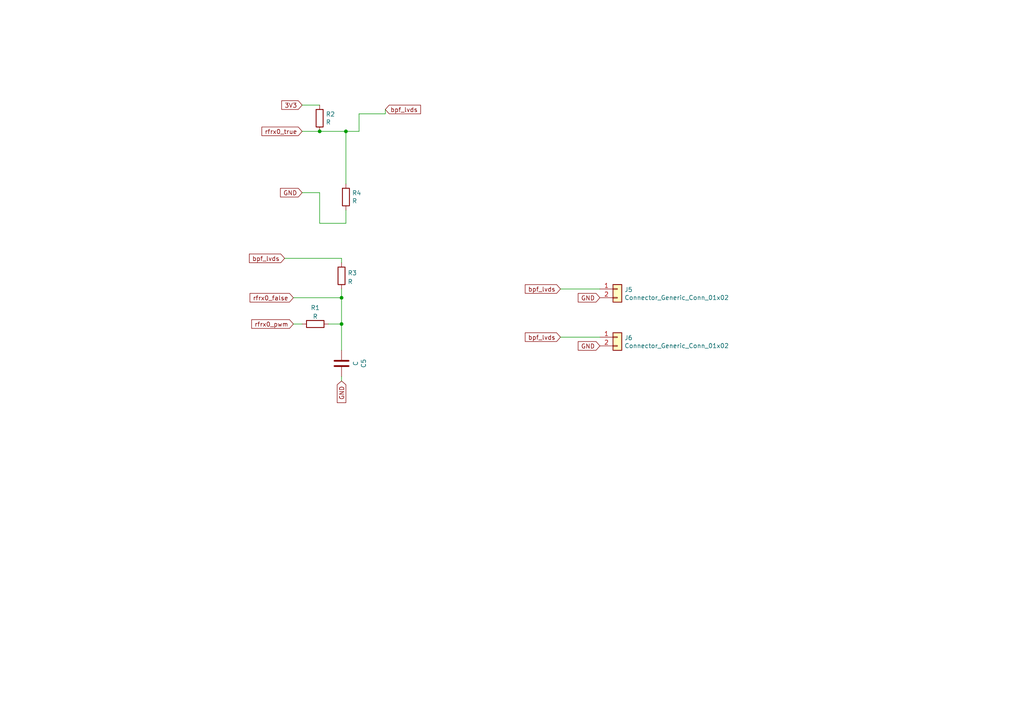
<source format=kicad_sch>
(kicad_sch (version 20211123) (generator eeschema)
  (paper "A4")
  (lib_symbols
    (symbol "Device:C" (pin_numbers hide) (pin_names (offset 0.254))
      (property "Reference" "C" (at 0.635 2.54 0))
      (property "Value" "C" (at 0.635 -2.54 0))
      (symbol "C_0_1"
        (polyline (pts (xy -2.032 -0.762) (xy 2.032 -0.762)) (stroke (width 0.508)))
        (polyline (pts (xy -2.032 0.762) (xy 2.032 0.762)) (stroke (width 0.508)))
      )
      (symbol "C_1_1"
        (pin passive line (at 0 3.81 270) (length 2.794) (name "~") (number "1"))
        (pin passive line (at 0 -3.81 90) (length 2.794) (name "~") (number "2"))
      )
    )
    (symbol "Device:R" (pin_numbers hide) (pin_names (offset 0))
      (property "Reference" "R" (at 2.032 0 90))
      (property "Value" "R" (at 0 0 90))
      (symbol "R_0_1"
        (rectangle (start -1.016 -2.54) (end 1.016 2.54) (stroke (width 0.254)))
      )
      (symbol "R_1_1"
        (pin passive line (at 0 3.81 270) (length 1.27) (name "~") (number "1"))
        (pin passive line (at 0 -3.81 90) (length 1.27) (name "~") (number "2"))
      )
    )
    (symbol "bgt:Connector_Generic_Conn_01x02" (pin_names (offset 1.016) hide)
      (property "Reference" "J" (at 0 2.54 0))
      (property "Value" "bgt_Connector_Generic_Conn_01x02" (at 0 -5.08 0))
      (symbol "Connector_Generic_Conn_01x02_1_1"
        (rectangle (start -1.27 -2.413) (end 0 -2.667) (stroke (width 0.1524)))
        (rectangle (start -1.27 0.127) (end 0 -0.127) (stroke (width 0.1524)))
        (rectangle (start -1.27 1.27) (end 1.27 -3.81) (stroke (width 0.254)) (fill (type background)))
        (pin passive line (at -5.08 0 0) (length 3.81) (name "Pin_1") (number "1"))
        (pin passive line (at -5.08 -2.54 0) (length 3.81) (name "Pin_2") (number "2"))
      )
    )
  )
  (junction (at 99.06 86.36))
  (junction (at 99.06 93.98))
  (junction (at 100.33 38.1))
  (junction (at 92.71 38.1))
  (wire (pts (xy 100.33 38.1) (xy 100.33 53.34)))
  (wire (pts (xy 95.25 93.98) (xy 99.06 93.98)))
  (wire (pts (xy 87.63 38.1) (xy 92.71 38.1)))
  (wire (pts (xy 100.33 64.77) (xy 100.33 60.96)))
  (wire (pts (xy 92.71 55.88) (xy 92.71 64.77)))
  (wire (pts (xy 92.71 38.1) (xy 100.33 38.1)))
  (wire (pts (xy 82.55 74.93) (xy 99.06 74.93)))
  (wire (pts (xy 99.06 83.82) (xy 99.06 86.36)))
  (wire (pts (xy 104.14 33.02) (xy 111.76 33.02)))
  (wire (pts (xy 162.56 97.79) (xy 173.99 97.79)))
  (wire (pts (xy 100.33 38.1) (xy 104.14 38.1)))
  (wire (pts (xy 104.14 38.1) (xy 104.14 33.02)))
  (wire (pts (xy 85.09 93.98) (xy 87.63 93.98)))
  (wire (pts (xy 92.71 64.77) (xy 100.33 64.77)))
  (wire (pts (xy 85.09 86.36) (xy 99.06 86.36)))
  (wire (pts (xy 87.63 30.48) (xy 92.71 30.48)))
  (wire (pts (xy 111.76 33.02) (xy 111.76 31.75)))
  (wire (pts (xy 162.56 83.82) (xy 173.99 83.82)))
  (wire (pts (xy 99.06 86.36) (xy 99.06 93.98)))
  (wire (pts (xy 99.06 109.22) (xy 99.06 110.49)))
  (wire (pts (xy 87.63 55.88) (xy 92.71 55.88)))
  (wire (pts (xy 99.06 93.98) (xy 99.06 101.6)))
  (wire (pts (xy 99.06 74.93) (xy 99.06 76.2)))
  (global_label "bpf_lvds" (shape input) (at 82.55 74.93 180) (property "Intersheet References" "${INTERSHEET_REFS}" (effects hide)))
  (global_label "bpf_lvds" (shape input) (at 162.56 83.82 180) (property "Intersheet References" "${INTERSHEET_REFS}" (effects hide)))
  (global_label "rfrx0_pwm" (shape input) (at 85.09 93.98 180) (property "Intersheet References" "${INTERSHEET_REFS}" (effects hide)))
  (global_label "GND" (shape input) (at 99.06 110.49 270) (property "Intersheet References" "${INTERSHEET_REFS}" (effects hide)))
  (global_label "rfrx0_true" (shape input) (at 87.63 38.1 180) (property "Intersheet References" "${INTERSHEET_REFS}" (effects hide)))
  (global_label "GND" (shape input) (at 173.99 100.33 180) (property "Intersheet References" "${INTERSHEET_REFS}" (effects hide)))
  (global_label "GND" (shape input) (at 173.99 86.36 180) (property "Intersheet References" "${INTERSHEET_REFS}" (effects hide)))
  (global_label "bpf_lvds" (shape input) (at 162.56 97.79 180) (property "Intersheet References" "${INTERSHEET_REFS}" (effects hide)))
  (global_label "rfrx0_false" (shape input) (at 85.09 86.36 180) (property "Intersheet References" "${INTERSHEET_REFS}" (effects hide)))
  (global_label "3V3" (shape input) (at 87.63 30.48 180) (property "Intersheet References" "${INTERSHEET_REFS}" (effects hide)))
  (global_label "GND" (shape input) (at 87.63 55.88 180) (property "Intersheet References" "${INTERSHEET_REFS}" (effects hide)))
  (global_label "bpf_lvds" (shape input) (at 111.76 31.75 0) (property "Intersheet References" "${INTERSHEET_REFS}" (effects hide)))
  (symbol (lib_id "Device:C") (at 99.06 105.41 180) (unit 1)
    (property "Reference" "C5" (at 105.4608 105.41 90))
    (property "Value" "C" (at 103.1494 105.41 90))
    (property "Footprint" "Capacitor_SMD:C_1206_3216Metric" (effects hide))
  )
  (symbol (lib_id "Device:R") (at 92.71 34.29 0) (unit 1)
    (property "Reference" "R2" (at 94.488 33.1216 0) (effects (justify left)))
    (property "Value" "R" (at 94.488 35.433 0) (effects (justify left)))
    (property "Footprint" "Resistor_SMD:R_1206_3216Metric" (effects hide))
  )
  (symbol (lib_id "Device:R") (at 100.33 57.15 0) (unit 1)
    (property "Reference" "R4" (at 102.108 55.9816 0) (effects (justify left)))
    (property "Value" "R" (at 102.108 58.293 0) (effects (justify left)))
    (property "Footprint" "Resistor_SMD:R_1206_3216Metric" (effects hide))
  )
  (symbol (lib_id "Device:R") (at 91.44 93.98 90) (unit 1)
    (property "Reference" "R1" (at 91.44 89.2642 90))
    (property "Value" "R" (at 91.44 91.8011 90))
    (property "Footprint" "Resistor_SMD:R_1206_3216Metric" (effects hide))
  )
  (symbol (lib_id "bgt:Connector_Generic_Conn_01x02") (at 179.07 83.82 0) (unit 1)
    (property "Reference" "J5" (at 181.102 84.0232 0) (effects (justify left)))
    (property "Value" "Connector_Generic_Conn_01x02" (at 181.102 86.3346 0) (effects (justify left)))
    (property "Footprint" "Connector_PinHeader_2.54mm:PinHeader_1x02_P2.54mm_Vertical" (effects hide))
  )
  (symbol (lib_id "Device:R") (at 99.06 80.01 180) (unit 1)
    (property "Reference" "R3" (at 100.838 79.1753 0) (effects (justify right)))
    (property "Value" "R" (at 100.838 81.7122 0) (effects (justify right)))
    (property "Footprint" "Resistor_SMD:R_1206_3216Metric" (effects hide))
  )
  (symbol (lib_id "bgt:Connector_Generic_Conn_01x02") (at 179.07 97.79 0) (unit 1)
    (property "Reference" "J6" (at 181.102 97.9932 0) (effects (justify left)))
    (property "Value" "Connector_Generic_Conn_01x02" (at 181.102 100.3046 0) (effects (justify left)))
    (property "Footprint" "Connector_PinHeader_2.54mm:PinHeader_1x02_P2.54mm_Vertical" (effects hide))
  )
)
</source>
